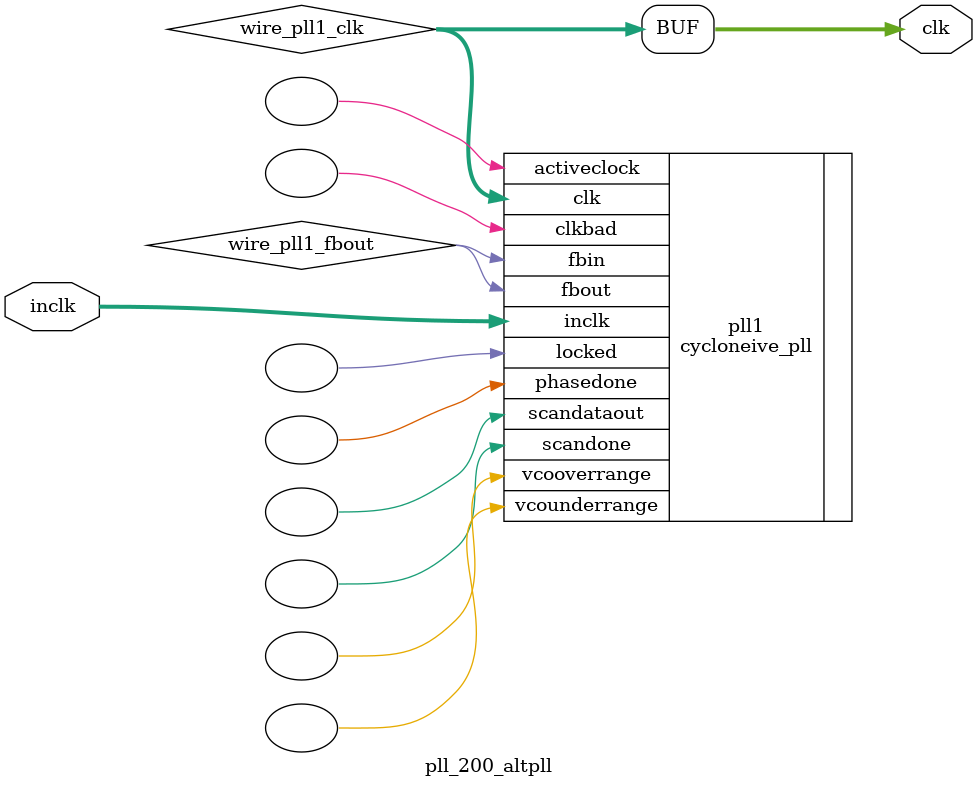
<source format=v>






//synthesis_resources = cycloneive_pll 1 
//synopsys translate_off
`timescale 1 ps / 1 ps
//synopsys translate_on
module  pll_200_altpll
	( 
	clk,
	inclk) /* synthesis synthesis_clearbox=1 */;
	output   [4:0]  clk;
	input   [1:0]  inclk;
`ifndef ALTERA_RESERVED_QIS
// synopsys translate_off
`endif
	tri0   [1:0]  inclk;
`ifndef ALTERA_RESERVED_QIS
// synopsys translate_on
`endif

	wire  [4:0]   wire_pll1_clk;
	wire  wire_pll1_fbout;

	cycloneive_pll   pll1
	( 
	.activeclock(),
	.clk(wire_pll1_clk),
	.clkbad(),
	.fbin(wire_pll1_fbout),
	.fbout(wire_pll1_fbout),
	.inclk(inclk),
	.locked(),
	.phasedone(),
	.scandataout(),
	.scandone(),
	.vcooverrange(),
	.vcounderrange()
	`ifndef FORMAL_VERIFICATION
	// synopsys translate_off
	`endif
	,
	.areset(1'b0),
	.clkswitch(1'b0),
	.configupdate(1'b0),
	.pfdena(1'b1),
	.phasecounterselect({3{1'b0}}),
	.phasestep(1'b0),
	.phaseupdown(1'b0),
	.scanclk(1'b0),
	.scanclkena(1'b1),
	.scandata(1'b0)
	`ifndef FORMAL_VERIFICATION
	// synopsys translate_on
	`endif
	);
	defparam
		pll1.bandwidth_type = "auto",
		pll1.clk0_divide_by = 1,
		pll1.clk0_duty_cycle = 50,
		pll1.clk0_multiply_by = 4,
		pll1.clk0_phase_shift = "0",
		pll1.compensate_clock = "clk0",
		pll1.inclk0_input_frequency = 20000,
		pll1.operation_mode = "normal",
		pll1.pll_type = "auto",
		pll1.lpm_type = "cycloneive_pll";
	assign
		clk = {wire_pll1_clk[4:0]};
endmodule //pll_200_altpll
//VALID FILE

</source>
